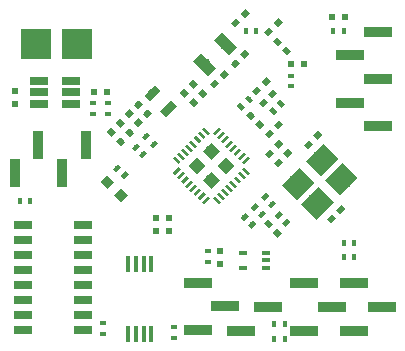
<source format=gbr>
G04 #@! TF.GenerationSoftware,KiCad,Pcbnew,(5.0.0)*
G04 #@! TF.CreationDate,2018-09-19T20:05:00-03:00*
G04 #@! TF.ProjectId,Generic_Bluetooth_Board,47656E657269635F426C7565746F6F74,rev?*
G04 #@! TF.SameCoordinates,Original*
G04 #@! TF.FileFunction,Paste,Top*
G04 #@! TF.FilePolarity,Positive*
%FSLAX46Y46*%
G04 Gerber Fmt 4.6, Leading zero omitted, Abs format (unit mm)*
G04 Created by KiCad (PCBNEW (5.0.0)) date 09/19/18 20:05:00*
%MOMM*%
%LPD*%
G01*
G04 APERTURE LIST*
%ADD10R,1.600000X0.760000*%
%ADD11C,0.500000*%
%ADD12C,0.100000*%
%ADD13R,0.600000X0.500000*%
%ADD14R,0.500000X0.600000*%
%ADD15C,0.400000*%
%ADD16R,0.600000X0.400000*%
%ADD17R,0.400000X0.600000*%
%ADD18R,2.500000X2.500000*%
%ADD19C,1.035000*%
%ADD20C,0.250000*%
%ADD21R,1.560000X0.650000*%
%ADD22C,1.000000*%
%ADD23C,1.800000*%
%ADD24R,2.350000X0.850000*%
%ADD25R,0.450000X1.450000*%
%ADD26R,0.850000X2.350000*%
%ADD27C,0.700000*%
%ADD28C,0.800000*%
%ADD29R,0.650000X0.400000*%
G04 APERTURE END LIST*
D10*
G04 #@! TO.C,SW1*
X134518400Y-110769400D03*
X139598400Y-101879400D03*
X134518400Y-109499400D03*
X139598400Y-103149400D03*
X134518400Y-108229400D03*
X139598400Y-104419400D03*
X134518400Y-106959400D03*
X139598400Y-105689400D03*
X134518400Y-105689400D03*
X139598400Y-106959400D03*
X134518400Y-104419400D03*
X139598400Y-108229400D03*
X134518400Y-103149400D03*
X139598400Y-109499400D03*
X134518400Y-101879400D03*
X139598400Y-110769400D03*
G04 #@! TD*
D11*
G04 #@! TO.C,C1*
X142828991Y-93273591D03*
D12*
G36*
X143217900Y-93308946D02*
X142864346Y-93662500D01*
X142440082Y-93238236D01*
X142793636Y-92884682D01*
X143217900Y-93308946D01*
X143217900Y-93308946D01*
G37*
D11*
X143606809Y-94051409D03*
D12*
G36*
X143995718Y-94086764D02*
X143642164Y-94440318D01*
X143217900Y-94016054D01*
X143571454Y-93662500D01*
X143995718Y-94086764D01*
X143995718Y-94086764D01*
G37*
G04 #@! TD*
D11*
G04 #@! TO.C,C2*
X142844809Y-94813409D03*
D12*
G36*
X143233718Y-94848764D02*
X142880164Y-95202318D01*
X142455900Y-94778054D01*
X142809454Y-94424500D01*
X143233718Y-94848764D01*
X143233718Y-94848764D01*
G37*
D11*
X142066991Y-94035591D03*
D12*
G36*
X142455900Y-94070946D02*
X142102346Y-94424500D01*
X141678082Y-94000236D01*
X142031636Y-93646682D01*
X142455900Y-94070946D01*
X142455900Y-94070946D01*
G37*
G04 #@! TD*
D11*
G04 #@! TO.C,C3*
X143540191Y-92489309D03*
D12*
G36*
X143575546Y-92100400D02*
X143929100Y-92453954D01*
X143504836Y-92878218D01*
X143151282Y-92524664D01*
X143575546Y-92100400D01*
X143575546Y-92100400D01*
G37*
D11*
X144318009Y-91711491D03*
D12*
G36*
X144353364Y-91322582D02*
X144706918Y-91676136D01*
X144282654Y-92100400D01*
X143929100Y-91746846D01*
X144353364Y-91322582D01*
X144353364Y-91322582D01*
G37*
G04 #@! TD*
D11*
G04 #@! TO.C,C4*
X145080009Y-92473491D03*
D12*
G36*
X145115364Y-92084582D02*
X145468918Y-92438136D01*
X145044654Y-92862400D01*
X144691100Y-92508846D01*
X145115364Y-92084582D01*
X145115364Y-92084582D01*
G37*
D11*
X144302191Y-93251309D03*
D12*
G36*
X144337546Y-92862400D02*
X144691100Y-93215954D01*
X144266836Y-93640218D01*
X143913282Y-93286664D01*
X144337546Y-92862400D01*
X144337546Y-92862400D01*
G37*
G04 #@! TD*
D11*
G04 #@! TO.C,C5*
X151582409Y-89146091D03*
D12*
G36*
X151547054Y-89535000D02*
X151193500Y-89181446D01*
X151617764Y-88757182D01*
X151971318Y-89110736D01*
X151547054Y-89535000D01*
X151547054Y-89535000D01*
G37*
D11*
X150804591Y-89923909D03*
D12*
G36*
X150769236Y-90312818D02*
X150415682Y-89959264D01*
X150839946Y-89535000D01*
X151193500Y-89888554D01*
X150769236Y-90312818D01*
X150769236Y-90312818D01*
G37*
G04 #@! TD*
D11*
G04 #@! TO.C,C6*
X153296909Y-87431591D03*
D12*
G36*
X153332264Y-87042682D02*
X153685818Y-87396236D01*
X153261554Y-87820500D01*
X152908000Y-87466946D01*
X153332264Y-87042682D01*
X153332264Y-87042682D01*
G37*
D11*
X152519091Y-88209409D03*
D12*
G36*
X152554446Y-87820500D02*
X152908000Y-88174054D01*
X152483736Y-88598318D01*
X152130182Y-88244764D01*
X152554446Y-87820500D01*
X152554446Y-87820500D01*
G37*
G04 #@! TD*
D11*
G04 #@! TO.C,C7*
X149804409Y-90749409D03*
D12*
G36*
X150193318Y-90784764D02*
X149839764Y-91138318D01*
X149415500Y-90714054D01*
X149769054Y-90360500D01*
X150193318Y-90784764D01*
X150193318Y-90784764D01*
G37*
D11*
X149026591Y-89971591D03*
D12*
G36*
X149415500Y-90006946D02*
X149061946Y-90360500D01*
X148637682Y-89936236D01*
X148991236Y-89582682D01*
X149415500Y-90006946D01*
X149415500Y-90006946D01*
G37*
G04 #@! TD*
D11*
G04 #@! TO.C,C8*
X149042409Y-91511409D03*
D12*
G36*
X149431318Y-91546764D02*
X149077764Y-91900318D01*
X148653500Y-91476054D01*
X149007054Y-91122500D01*
X149431318Y-91546764D01*
X149431318Y-91546764D01*
G37*
D11*
X148264591Y-90733591D03*
D12*
G36*
X148653500Y-90768946D02*
X148299946Y-91122500D01*
X147875682Y-90698236D01*
X148229236Y-90344682D01*
X148653500Y-90768946D01*
X148653500Y-90768946D01*
G37*
G04 #@! TD*
D11*
G04 #@! TO.C,C9*
X154360591Y-90558909D03*
D12*
G36*
X154395946Y-90170000D02*
X154749500Y-90523554D01*
X154325236Y-90947818D01*
X153971682Y-90594264D01*
X154395946Y-90170000D01*
X154395946Y-90170000D01*
G37*
D11*
X155138409Y-89781091D03*
D12*
G36*
X155173764Y-89392182D02*
X155527318Y-89745736D01*
X155103054Y-90170000D01*
X154749500Y-89816446D01*
X155173764Y-89392182D01*
X155173764Y-89392182D01*
G37*
G04 #@! TD*
D11*
G04 #@! TO.C,C10*
X154932091Y-91574909D03*
D12*
G36*
X154967446Y-91186000D02*
X155321000Y-91539554D01*
X154896736Y-91963818D01*
X154543182Y-91610264D01*
X154967446Y-91186000D01*
X154967446Y-91186000D01*
G37*
D11*
X155709909Y-90797091D03*
D12*
G36*
X155745264Y-90408182D02*
X156098818Y-90761736D01*
X155674554Y-91186000D01*
X155321000Y-90832446D01*
X155745264Y-90408182D01*
X155745264Y-90408182D01*
G37*
G04 #@! TD*
D11*
G04 #@! TO.C,C11*
X154630409Y-93416409D03*
D12*
G36*
X154241500Y-93381054D02*
X154595054Y-93027500D01*
X155019318Y-93451764D01*
X154665764Y-93805318D01*
X154241500Y-93381054D01*
X154241500Y-93381054D01*
G37*
D11*
X153852591Y-92638591D03*
D12*
G36*
X153463682Y-92603236D02*
X153817236Y-92249682D01*
X154241500Y-92673946D01*
X153887946Y-93027500D01*
X153463682Y-92603236D01*
X153463682Y-92603236D01*
G37*
G04 #@! TD*
D11*
G04 #@! TO.C,C12*
X156075091Y-86352091D03*
D12*
G36*
X155686182Y-86316736D02*
X156039736Y-85963182D01*
X156464000Y-86387446D01*
X156110446Y-86741000D01*
X155686182Y-86316736D01*
X155686182Y-86316736D01*
G37*
D11*
X156852909Y-87129909D03*
D12*
G36*
X156464000Y-87094554D02*
X156817554Y-86741000D01*
X157241818Y-87165264D01*
X156888264Y-87518818D01*
X156464000Y-87094554D01*
X156464000Y-87094554D01*
G37*
G04 #@! TD*
D13*
G04 #@! TO.C,C13*
X158347500Y-88265000D03*
X157247500Y-88265000D03*
G04 #@! TD*
D11*
G04 #@! TO.C,C14*
X156154409Y-84764591D03*
D12*
G36*
X156119054Y-85153500D02*
X155765500Y-84799946D01*
X156189764Y-84375682D01*
X156543318Y-84729236D01*
X156119054Y-85153500D01*
X156119054Y-85153500D01*
G37*
D11*
X155376591Y-85542409D03*
D12*
G36*
X155341236Y-85931318D02*
X154987682Y-85577764D01*
X155411946Y-85153500D01*
X155765500Y-85507054D01*
X155341236Y-85931318D01*
X155341236Y-85931318D01*
G37*
G04 #@! TD*
D11*
G04 #@! TO.C,C15*
X153360409Y-84002591D03*
D12*
G36*
X153325054Y-84391500D02*
X152971500Y-84037946D01*
X153395764Y-83613682D01*
X153749318Y-83967236D01*
X153325054Y-84391500D01*
X153325054Y-84391500D01*
G37*
D11*
X152582591Y-84780409D03*
D12*
G36*
X152547236Y-85169318D02*
X152193682Y-84815764D01*
X152617946Y-84391500D01*
X152971500Y-84745054D01*
X152547236Y-85169318D01*
X152547236Y-85169318D01*
G37*
G04 #@! TD*
D11*
G04 #@! TO.C,C16*
X156217909Y-95051591D03*
D12*
G36*
X156182554Y-95440500D02*
X155829000Y-95086946D01*
X156253264Y-94662682D01*
X156606818Y-95016236D01*
X156182554Y-95440500D01*
X156182554Y-95440500D01*
G37*
D11*
X155440091Y-95829409D03*
D12*
G36*
X155404736Y-96218318D02*
X155051182Y-95864764D01*
X155475446Y-95440500D01*
X155829000Y-95794054D01*
X155404736Y-96218318D01*
X155404736Y-96218318D01*
G37*
G04 #@! TD*
D11*
G04 #@! TO.C,C17*
X156202091Y-96591409D03*
D12*
G36*
X156166736Y-96980318D02*
X155813182Y-96626764D01*
X156237446Y-96202500D01*
X156591000Y-96556054D01*
X156166736Y-96980318D01*
X156166736Y-96980318D01*
G37*
D11*
X156979909Y-95813591D03*
D12*
G36*
X156944554Y-96202500D02*
X156591000Y-95848946D01*
X157015264Y-95424682D01*
X157368818Y-95778236D01*
X156944554Y-96202500D01*
X156944554Y-96202500D01*
G37*
G04 #@! TD*
D13*
G04 #@! TO.C,C18*
X145779400Y-102412800D03*
X146879400Y-102412800D03*
G04 #@! TD*
G04 #@! TO.C,C19*
X146879400Y-101320600D03*
X145779400Y-101320600D03*
G04 #@! TD*
D11*
G04 #@! TO.C,C20*
X155440091Y-94178409D03*
D12*
G36*
X155404736Y-94567318D02*
X155051182Y-94213764D01*
X155475446Y-93789500D01*
X155829000Y-94143054D01*
X155404736Y-94567318D01*
X155404736Y-94567318D01*
G37*
D11*
X156217909Y-93400591D03*
D12*
G36*
X156182554Y-93789500D02*
X155829000Y-93435946D01*
X156253264Y-93011682D01*
X156606818Y-93365236D01*
X156182554Y-93789500D01*
X156182554Y-93789500D01*
G37*
G04 #@! TD*
D11*
G04 #@! TO.C,C21*
X160697891Y-101379309D03*
D12*
G36*
X160662536Y-101768218D02*
X160308982Y-101414664D01*
X160733246Y-100990400D01*
X161086800Y-101343954D01*
X160662536Y-101768218D01*
X160662536Y-101768218D01*
G37*
D11*
X161475709Y-100601491D03*
D12*
G36*
X161440354Y-100990400D02*
X161086800Y-100636846D01*
X161511064Y-100212582D01*
X161864618Y-100566136D01*
X161440354Y-100990400D01*
X161440354Y-100990400D01*
G37*
G04 #@! TD*
D11*
G04 #@! TO.C,C22*
X158742091Y-95067409D03*
D12*
G36*
X158706736Y-95456318D02*
X158353182Y-95102764D01*
X158777446Y-94678500D01*
X159131000Y-95032054D01*
X158706736Y-95456318D01*
X158706736Y-95456318D01*
G37*
D11*
X159519909Y-94289591D03*
D12*
G36*
X159484554Y-94678500D02*
X159131000Y-94324946D01*
X159555264Y-93900682D01*
X159908818Y-94254236D01*
X159484554Y-94678500D01*
X159484554Y-94678500D01*
G37*
G04 #@! TD*
D14*
G04 #@! TO.C,C23*
X151257000Y-105248800D03*
X151257000Y-104148800D03*
G04 #@! TD*
G04 #@! TO.C,C24*
X133921500Y-91672500D03*
X133921500Y-90572500D03*
G04 #@! TD*
D13*
G04 #@! TO.C,C25*
X141647000Y-90678000D03*
X140547000Y-90678000D03*
G04 #@! TD*
D11*
G04 #@! TO.C,C26*
X155313091Y-101820691D03*
D12*
G36*
X154924182Y-101785336D02*
X155277736Y-101431782D01*
X155702000Y-101856046D01*
X155348446Y-102209600D01*
X154924182Y-101785336D01*
X154924182Y-101785336D01*
G37*
D11*
X156090909Y-102598509D03*
D12*
G36*
X155702000Y-102563154D02*
X156055554Y-102209600D01*
X156479818Y-102633864D01*
X156126264Y-102987418D01*
X155702000Y-102563154D01*
X155702000Y-102563154D01*
G37*
G04 #@! TD*
D15*
G04 #@! TO.C,L2*
X153670698Y-91248802D03*
D12*
G36*
X153741409Y-91602355D02*
X153317145Y-91178091D01*
X153599987Y-90895249D01*
X154024251Y-91319513D01*
X153741409Y-91602355D01*
X153741409Y-91602355D01*
G37*
D15*
X153034302Y-91885198D03*
D12*
G36*
X153105013Y-92238751D02*
X152680749Y-91814487D01*
X152963591Y-91531645D01*
X153387855Y-91955909D01*
X153105013Y-92238751D01*
X153105013Y-92238751D01*
G37*
G04 #@! TD*
D16*
G04 #@! TO.C,L3*
X157289500Y-90175500D03*
X157289500Y-89275500D03*
G04 #@! TD*
D17*
G04 #@! TO.C,L4*
X153410500Y-85471000D03*
X154310500Y-85471000D03*
G04 #@! TD*
D15*
G04 #@! TO.C,L5*
X155764802Y-92266198D03*
D12*
G36*
X155835513Y-92619751D02*
X155411249Y-92195487D01*
X155694091Y-91912645D01*
X156118355Y-92336909D01*
X155835513Y-92619751D01*
X155835513Y-92619751D01*
G37*
D15*
X156401198Y-91629802D03*
D12*
G36*
X156471909Y-91983355D02*
X156047645Y-91559091D01*
X156330487Y-91276249D01*
X156754751Y-91700513D01*
X156471909Y-91983355D01*
X156471909Y-91983355D01*
G37*
G04 #@! TD*
D18*
G04 #@! TO.C,L6*
X135664000Y-86550500D03*
X139164000Y-86550500D03*
G04 #@! TD*
D17*
G04 #@! TO.C,R1*
X134271600Y-99847400D03*
X135171600Y-99847400D03*
G04 #@! TD*
D15*
G04 #@! TO.C,R2*
X144106202Y-95287402D03*
D12*
G36*
X143752649Y-95358113D02*
X144176913Y-94933849D01*
X144459755Y-95216691D01*
X144035491Y-95640955D01*
X143752649Y-95358113D01*
X143752649Y-95358113D01*
G37*
D15*
X144742598Y-95923798D03*
D12*
G36*
X144389045Y-95994509D02*
X144813309Y-95570245D01*
X145096151Y-95853087D01*
X144671887Y-96277351D01*
X144389045Y-95994509D01*
X144389045Y-95994509D01*
G37*
G04 #@! TD*
D15*
G04 #@! TO.C,R3*
X145631598Y-95034798D03*
D12*
G36*
X145278045Y-95105509D02*
X145702309Y-94681245D01*
X145985151Y-94964087D01*
X145560887Y-95388351D01*
X145278045Y-95105509D01*
X145278045Y-95105509D01*
G37*
D15*
X144995202Y-94398402D03*
D12*
G36*
X144641649Y-94469113D02*
X145065913Y-94044849D01*
X145348755Y-94327691D01*
X144924491Y-94751955D01*
X144641649Y-94469113D01*
X144641649Y-94469113D01*
G37*
G04 #@! TD*
D15*
G04 #@! TO.C,R4*
X142531402Y-97065402D03*
D12*
G36*
X142884955Y-96994691D02*
X142460691Y-97418955D01*
X142177849Y-97136113D01*
X142602113Y-96711849D01*
X142884955Y-96994691D01*
X142884955Y-96994691D01*
G37*
D15*
X143167798Y-97701798D03*
D12*
G36*
X143521351Y-97631087D02*
X143097087Y-98055351D01*
X142814245Y-97772509D01*
X143238509Y-97348245D01*
X143521351Y-97631087D01*
X143521351Y-97631087D01*
G37*
G04 #@! TD*
D17*
G04 #@! TO.C,R5*
X156710800Y-110337600D03*
X155810800Y-110337600D03*
G04 #@! TD*
G04 #@! TO.C,R6*
X155810800Y-111556800D03*
X156710800Y-111556800D03*
G04 #@! TD*
D15*
G04 #@! TO.C,R7*
X155028202Y-99503802D03*
D12*
G36*
X155381755Y-99433091D02*
X154957491Y-99857355D01*
X154674649Y-99574513D01*
X155098913Y-99150249D01*
X155381755Y-99433091D01*
X155381755Y-99433091D01*
G37*
D15*
X155664598Y-100140198D03*
D12*
G36*
X156018151Y-100069487D02*
X155593887Y-100493751D01*
X155311045Y-100210909D01*
X155735309Y-99786645D01*
X156018151Y-100069487D01*
X156018151Y-100069487D01*
G37*
G04 #@! TD*
D15*
G04 #@! TO.C,R8*
X154800998Y-101003798D03*
D12*
G36*
X155154551Y-100933087D02*
X154730287Y-101357351D01*
X154447445Y-101074509D01*
X154871709Y-100650245D01*
X155154551Y-100933087D01*
X155154551Y-100933087D01*
G37*
D15*
X154164602Y-100367402D03*
D12*
G36*
X154518155Y-100296691D02*
X154093891Y-100720955D01*
X153811049Y-100438113D01*
X154235313Y-100013849D01*
X154518155Y-100296691D01*
X154518155Y-100296691D01*
G37*
G04 #@! TD*
D15*
G04 #@! TO.C,R9*
X153301002Y-101231002D03*
D12*
G36*
X152947449Y-101301713D02*
X153371713Y-100877449D01*
X153654555Y-101160291D01*
X153230291Y-101584555D01*
X152947449Y-101301713D01*
X152947449Y-101301713D01*
G37*
D15*
X153937398Y-101867398D03*
D12*
G36*
X153583845Y-101938109D02*
X154008109Y-101513845D01*
X154290951Y-101796687D01*
X153866687Y-102220951D01*
X153583845Y-101938109D01*
X153583845Y-101938109D01*
G37*
G04 #@! TD*
D16*
G04 #@! TO.C,R10*
X150241000Y-105021800D03*
X150241000Y-104121800D03*
G04 #@! TD*
D15*
G04 #@! TO.C,R11*
X156832998Y-101714998D03*
D12*
G36*
X156479445Y-101785709D02*
X156903709Y-101361445D01*
X157186551Y-101644287D01*
X156762287Y-102068551D01*
X156479445Y-101785709D01*
X156479445Y-101785709D01*
G37*
D15*
X156196602Y-101078602D03*
D12*
G36*
X155843049Y-101149313D02*
X156267313Y-100725049D01*
X156550155Y-101007891D01*
X156125891Y-101432155D01*
X155843049Y-101149313D01*
X155843049Y-101149313D01*
G37*
G04 #@! TD*
D16*
G04 #@! TO.C,R12*
X140525500Y-91625000D03*
X140525500Y-92525000D03*
G04 #@! TD*
G04 #@! TO.C,R13*
X141732000Y-92525000D03*
X141732000Y-91625000D03*
G04 #@! TD*
D19*
G04 #@! TO.C,U1*
X149275241Y-96901000D03*
D12*
G36*
X149275241Y-97632856D02*
X148543385Y-96901000D01*
X149275241Y-96169144D01*
X150007097Y-96901000D01*
X149275241Y-97632856D01*
X149275241Y-97632856D01*
G37*
D19*
X150495000Y-98120759D03*
D12*
G36*
X150495000Y-98852615D02*
X149763144Y-98120759D01*
X150495000Y-97388903D01*
X151226856Y-98120759D01*
X150495000Y-98852615D01*
X150495000Y-98852615D01*
G37*
D19*
X150495000Y-95681241D03*
D12*
G36*
X150495000Y-96413097D02*
X149763144Y-95681241D01*
X150495000Y-94949385D01*
X151226856Y-95681241D01*
X150495000Y-96413097D01*
X150495000Y-96413097D01*
G37*
D19*
X151714759Y-96901000D03*
D12*
G36*
X151714759Y-97632856D02*
X150982903Y-96901000D01*
X151714759Y-96169144D01*
X152446615Y-96901000D01*
X151714759Y-97632856D01*
X151714759Y-97632856D01*
G37*
D20*
X147560507Y-96441381D03*
D12*
G36*
X147896383Y-96600480D02*
X147719606Y-96777257D01*
X147224631Y-96282282D01*
X147401408Y-96105505D01*
X147896383Y-96600480D01*
X147896383Y-96600480D01*
G37*
D20*
X147914060Y-96087827D03*
D12*
G36*
X148249936Y-96246926D02*
X148073159Y-96423703D01*
X147578184Y-95928728D01*
X147754961Y-95751951D01*
X148249936Y-96246926D01*
X148249936Y-96246926D01*
G37*
D20*
X148267614Y-95734274D03*
D12*
G36*
X148603490Y-95893373D02*
X148426713Y-96070150D01*
X147931738Y-95575175D01*
X148108515Y-95398398D01*
X148603490Y-95893373D01*
X148603490Y-95893373D01*
G37*
D20*
X148621167Y-95380720D03*
D12*
G36*
X148957043Y-95539819D02*
X148780266Y-95716596D01*
X148285291Y-95221621D01*
X148462068Y-95044844D01*
X148957043Y-95539819D01*
X148957043Y-95539819D01*
G37*
D20*
X148974720Y-95027167D03*
D12*
G36*
X149310596Y-95186266D02*
X149133819Y-95363043D01*
X148638844Y-94868068D01*
X148815621Y-94691291D01*
X149310596Y-95186266D01*
X149310596Y-95186266D01*
G37*
D20*
X149328274Y-94673614D03*
D12*
G36*
X149664150Y-94832713D02*
X149487373Y-95009490D01*
X148992398Y-94514515D01*
X149169175Y-94337738D01*
X149664150Y-94832713D01*
X149664150Y-94832713D01*
G37*
D20*
X149681827Y-94320060D03*
D12*
G36*
X150017703Y-94479159D02*
X149840926Y-94655936D01*
X149345951Y-94160961D01*
X149522728Y-93984184D01*
X150017703Y-94479159D01*
X150017703Y-94479159D01*
G37*
D20*
X150035381Y-93966507D03*
D12*
G36*
X150371257Y-94125606D02*
X150194480Y-94302383D01*
X149699505Y-93807408D01*
X149876282Y-93630631D01*
X150371257Y-94125606D01*
X150371257Y-94125606D01*
G37*
D20*
X150954619Y-93966507D03*
D12*
G36*
X150795520Y-94302383D02*
X150618743Y-94125606D01*
X151113718Y-93630631D01*
X151290495Y-93807408D01*
X150795520Y-94302383D01*
X150795520Y-94302383D01*
G37*
D20*
X151308173Y-94320060D03*
D12*
G36*
X151149074Y-94655936D02*
X150972297Y-94479159D01*
X151467272Y-93984184D01*
X151644049Y-94160961D01*
X151149074Y-94655936D01*
X151149074Y-94655936D01*
G37*
D20*
X151661726Y-94673614D03*
D12*
G36*
X151502627Y-95009490D02*
X151325850Y-94832713D01*
X151820825Y-94337738D01*
X151997602Y-94514515D01*
X151502627Y-95009490D01*
X151502627Y-95009490D01*
G37*
D20*
X152015280Y-95027167D03*
D12*
G36*
X151856181Y-95363043D02*
X151679404Y-95186266D01*
X152174379Y-94691291D01*
X152351156Y-94868068D01*
X151856181Y-95363043D01*
X151856181Y-95363043D01*
G37*
D20*
X152368833Y-95380720D03*
D12*
G36*
X152209734Y-95716596D02*
X152032957Y-95539819D01*
X152527932Y-95044844D01*
X152704709Y-95221621D01*
X152209734Y-95716596D01*
X152209734Y-95716596D01*
G37*
D20*
X152722386Y-95734274D03*
D12*
G36*
X152563287Y-96070150D02*
X152386510Y-95893373D01*
X152881485Y-95398398D01*
X153058262Y-95575175D01*
X152563287Y-96070150D01*
X152563287Y-96070150D01*
G37*
D20*
X153075940Y-96087827D03*
D12*
G36*
X152916841Y-96423703D02*
X152740064Y-96246926D01*
X153235039Y-95751951D01*
X153411816Y-95928728D01*
X152916841Y-96423703D01*
X152916841Y-96423703D01*
G37*
D20*
X153429493Y-96441381D03*
D12*
G36*
X153270394Y-96777257D02*
X153093617Y-96600480D01*
X153588592Y-96105505D01*
X153765369Y-96282282D01*
X153270394Y-96777257D01*
X153270394Y-96777257D01*
G37*
D20*
X153429493Y-97360619D03*
D12*
G36*
X153765369Y-97519718D02*
X153588592Y-97696495D01*
X153093617Y-97201520D01*
X153270394Y-97024743D01*
X153765369Y-97519718D01*
X153765369Y-97519718D01*
G37*
D20*
X153075940Y-97714173D03*
D12*
G36*
X153411816Y-97873272D02*
X153235039Y-98050049D01*
X152740064Y-97555074D01*
X152916841Y-97378297D01*
X153411816Y-97873272D01*
X153411816Y-97873272D01*
G37*
D20*
X152722386Y-98067726D03*
D12*
G36*
X153058262Y-98226825D02*
X152881485Y-98403602D01*
X152386510Y-97908627D01*
X152563287Y-97731850D01*
X153058262Y-98226825D01*
X153058262Y-98226825D01*
G37*
D20*
X152368833Y-98421280D03*
D12*
G36*
X152704709Y-98580379D02*
X152527932Y-98757156D01*
X152032957Y-98262181D01*
X152209734Y-98085404D01*
X152704709Y-98580379D01*
X152704709Y-98580379D01*
G37*
D20*
X152015280Y-98774833D03*
D12*
G36*
X152351156Y-98933932D02*
X152174379Y-99110709D01*
X151679404Y-98615734D01*
X151856181Y-98438957D01*
X152351156Y-98933932D01*
X152351156Y-98933932D01*
G37*
D20*
X151661726Y-99128386D03*
D12*
G36*
X151997602Y-99287485D02*
X151820825Y-99464262D01*
X151325850Y-98969287D01*
X151502627Y-98792510D01*
X151997602Y-99287485D01*
X151997602Y-99287485D01*
G37*
D20*
X151308173Y-99481940D03*
D12*
G36*
X151644049Y-99641039D02*
X151467272Y-99817816D01*
X150972297Y-99322841D01*
X151149074Y-99146064D01*
X151644049Y-99641039D01*
X151644049Y-99641039D01*
G37*
D20*
X150954619Y-99835493D03*
D12*
G36*
X151290495Y-99994592D02*
X151113718Y-100171369D01*
X150618743Y-99676394D01*
X150795520Y-99499617D01*
X151290495Y-99994592D01*
X151290495Y-99994592D01*
G37*
D20*
X150035381Y-99835493D03*
D12*
G36*
X149876282Y-100171369D02*
X149699505Y-99994592D01*
X150194480Y-99499617D01*
X150371257Y-99676394D01*
X149876282Y-100171369D01*
X149876282Y-100171369D01*
G37*
D20*
X149681827Y-99481940D03*
D12*
G36*
X149522728Y-99817816D02*
X149345951Y-99641039D01*
X149840926Y-99146064D01*
X150017703Y-99322841D01*
X149522728Y-99817816D01*
X149522728Y-99817816D01*
G37*
D20*
X149328274Y-99128386D03*
D12*
G36*
X149169175Y-99464262D02*
X148992398Y-99287485D01*
X149487373Y-98792510D01*
X149664150Y-98969287D01*
X149169175Y-99464262D01*
X149169175Y-99464262D01*
G37*
D20*
X148974720Y-98774833D03*
D12*
G36*
X148815621Y-99110709D02*
X148638844Y-98933932D01*
X149133819Y-98438957D01*
X149310596Y-98615734D01*
X148815621Y-99110709D01*
X148815621Y-99110709D01*
G37*
D20*
X148621167Y-98421280D03*
D12*
G36*
X148462068Y-98757156D02*
X148285291Y-98580379D01*
X148780266Y-98085404D01*
X148957043Y-98262181D01*
X148462068Y-98757156D01*
X148462068Y-98757156D01*
G37*
D20*
X148267614Y-98067726D03*
D12*
G36*
X148108515Y-98403602D02*
X147931738Y-98226825D01*
X148426713Y-97731850D01*
X148603490Y-97908627D01*
X148108515Y-98403602D01*
X148108515Y-98403602D01*
G37*
D20*
X147914060Y-97714173D03*
D12*
G36*
X147754961Y-98050049D02*
X147578184Y-97873272D01*
X148073159Y-97378297D01*
X148249936Y-97555074D01*
X147754961Y-98050049D01*
X147754961Y-98050049D01*
G37*
D20*
X147560507Y-97360619D03*
D12*
G36*
X147401408Y-97696495D02*
X147224631Y-97519718D01*
X147719606Y-97024743D01*
X147896383Y-97201520D01*
X147401408Y-97696495D01*
X147401408Y-97696495D01*
G37*
G04 #@! TD*
D21*
G04 #@! TO.C,U3*
X138590000Y-90680500D03*
X138590000Y-89730500D03*
X138590000Y-91630500D03*
X135890000Y-91630500D03*
X135890000Y-90680500D03*
X135890000Y-89730500D03*
G04 #@! TD*
D22*
G04 #@! TO.C,Y1*
X151696383Y-86555617D03*
D12*
G36*
X151413540Y-85565668D02*
X152686332Y-86838460D01*
X151979226Y-87545566D01*
X150706434Y-86272774D01*
X151413540Y-85565668D01*
X151413540Y-85565668D01*
G37*
D22*
X149928617Y-88323383D03*
D12*
G36*
X149645774Y-87333434D02*
X150918566Y-88606226D01*
X150211460Y-89313332D01*
X148938668Y-88040540D01*
X149645774Y-87333434D01*
X149645774Y-87333434D01*
G37*
G04 #@! TD*
D23*
G04 #@! TO.C,Y2*
X161540978Y-98022368D03*
D12*
G36*
X161647044Y-96643510D02*
X162919836Y-97916302D01*
X161434912Y-99401226D01*
X160162120Y-98128434D01*
X161647044Y-96643510D01*
X161647044Y-96643510D01*
G37*
D23*
X159490368Y-100072978D03*
D12*
G36*
X159596434Y-98694120D02*
X160869226Y-99966912D01*
X159384302Y-101451836D01*
X158111510Y-100179044D01*
X159596434Y-98694120D01*
X159596434Y-98694120D01*
G37*
D23*
X157864022Y-98446632D03*
D12*
G36*
X157970088Y-97067774D02*
X159242880Y-98340566D01*
X157757956Y-99825490D01*
X156485164Y-98552698D01*
X157970088Y-97067774D01*
X157970088Y-97067774D01*
G37*
D23*
X159914632Y-96396022D03*
D12*
G36*
X160020698Y-95017164D02*
X161293490Y-96289956D01*
X159808566Y-97774880D01*
X158535774Y-96502088D01*
X160020698Y-95017164D01*
X160020698Y-95017164D01*
G37*
G04 #@! TD*
D17*
G04 #@! TO.C,R14*
X161703600Y-104648000D03*
X162603600Y-104648000D03*
G04 #@! TD*
G04 #@! TO.C,R15*
X161703600Y-103428800D03*
X162603600Y-103428800D03*
G04 #@! TD*
D24*
G04 #@! TO.C,J1*
X155327600Y-108855000D03*
X152977600Y-110855000D03*
G04 #@! TD*
G04 #@! TO.C,J2*
X164598600Y-93560400D03*
X164598600Y-89560400D03*
X164598600Y-85560400D03*
X162248600Y-91560400D03*
X162248600Y-87560400D03*
G04 #@! TD*
D13*
G04 #@! TO.C,C27*
X161840000Y-84328000D03*
X160740000Y-84328000D03*
G04 #@! TD*
D17*
G04 #@! TO.C,R16*
X161740000Y-85471000D03*
X160840000Y-85471000D03*
G04 #@! TD*
D16*
G04 #@! TO.C,R17*
X147345400Y-110548000D03*
X147345400Y-111448000D03*
G04 #@! TD*
D25*
G04 #@! TO.C,U4*
X143474800Y-105250400D03*
X144124800Y-105250400D03*
X144774800Y-105250400D03*
X145424800Y-105250400D03*
X145424800Y-111150400D03*
X144774800Y-111150400D03*
X144124800Y-111150400D03*
X143474800Y-111150400D03*
G04 #@! TD*
D16*
G04 #@! TO.C,R18*
X141351000Y-111150400D03*
X141351000Y-110250400D03*
G04 #@! TD*
D26*
G04 #@! TO.C,J4*
X139855200Y-95141800D03*
X135855200Y-95141800D03*
X137855200Y-97491800D03*
X133855200Y-97491800D03*
G04 #@! TD*
D24*
G04 #@! TO.C,J6*
X151695400Y-108813600D03*
X149345400Y-110813600D03*
X149345400Y-106813600D03*
G04 #@! TD*
G04 #@! TO.C,J3*
X160712400Y-108864400D03*
X158362400Y-110864400D03*
X158362400Y-106864400D03*
G04 #@! TD*
G04 #@! TO.C,J5*
X162604200Y-106864400D03*
X162604200Y-110864400D03*
X164954200Y-108864400D03*
G04 #@! TD*
D27*
G04 #@! TO.C,L1*
X145505249Y-90742849D03*
D12*
G36*
X146212356Y-90530717D02*
X145293117Y-91449956D01*
X144798142Y-90954981D01*
X145717381Y-90035742D01*
X146212356Y-90530717D01*
X146212356Y-90530717D01*
G37*
D27*
X146848751Y-92086351D03*
D12*
G36*
X147555858Y-91874219D02*
X146636619Y-92793458D01*
X146141644Y-92298483D01*
X147060883Y-91379244D01*
X147555858Y-91874219D01*
X147555858Y-91874219D01*
G37*
G04 #@! TD*
D28*
G04 #@! TO.C,D1*
X142843785Y-99409785D03*
D12*
G36*
X142278100Y-99409785D02*
X142843785Y-98844100D01*
X143409470Y-99409785D01*
X142843785Y-99975470D01*
X142278100Y-99409785D01*
X142278100Y-99409785D01*
G37*
D28*
X141712415Y-98278415D03*
D12*
G36*
X141146730Y-98278415D02*
X141712415Y-97712730D01*
X142278100Y-98278415D01*
X141712415Y-98844100D01*
X141146730Y-98278415D01*
X141146730Y-98278415D01*
G37*
G04 #@! TD*
D29*
G04 #@! TO.C,U2*
X153228000Y-105552000D03*
X153228000Y-104252000D03*
X155128000Y-104902000D03*
X155128000Y-104252000D03*
X155128000Y-105552000D03*
G04 #@! TD*
M02*

</source>
